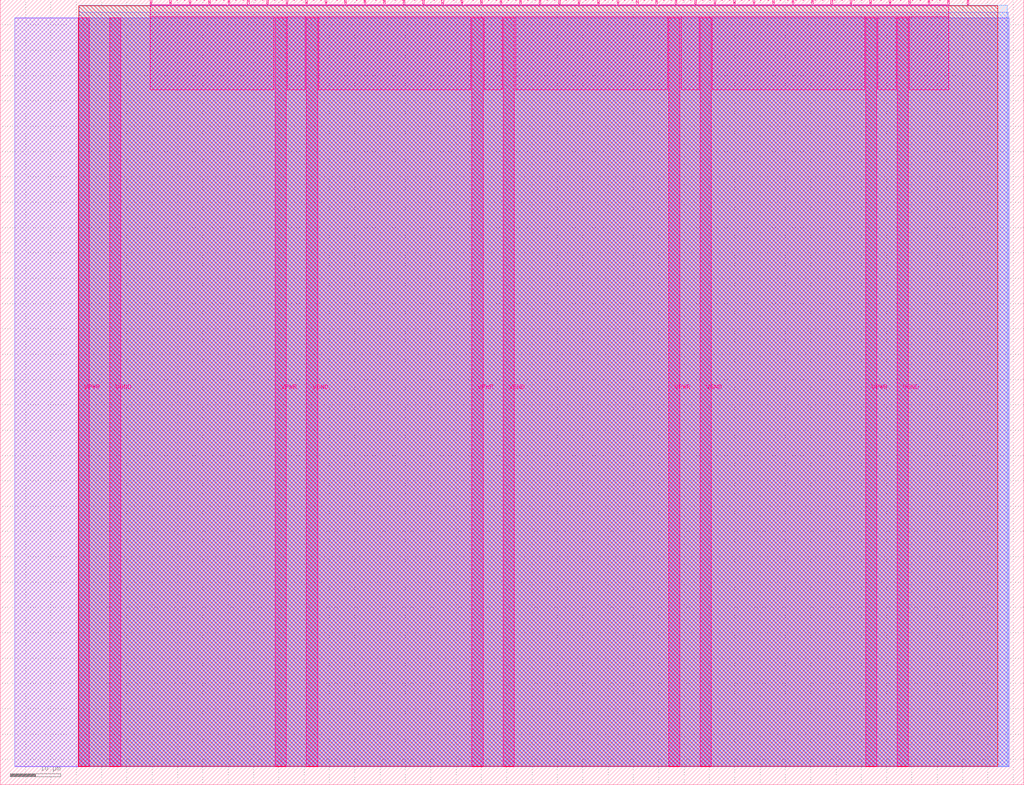
<source format=lef>
VERSION 5.7 ;
  NOWIREEXTENSIONATPIN ON ;
  DIVIDERCHAR "/" ;
  BUSBITCHARS "[]" ;
MACRO tt_um_lif_clarencechan28
  CLASS BLOCK ;
  FOREIGN tt_um_lif_clarencechan28 ;
  ORIGIN 0.000 0.000 ;
  SIZE 202.080 BY 154.980 ;
  PIN VGND
    DIRECTION INOUT ;
    USE GROUND ;
    PORT
      LAYER Metal5 ;
        RECT 21.580 3.560 23.780 151.420 ;
    END
    PORT
      LAYER Metal5 ;
        RECT 60.450 3.560 62.650 151.420 ;
    END
    PORT
      LAYER Metal5 ;
        RECT 99.320 3.560 101.520 151.420 ;
    END
    PORT
      LAYER Metal5 ;
        RECT 138.190 3.560 140.390 151.420 ;
    END
    PORT
      LAYER Metal5 ;
        RECT 177.060 3.560 179.260 151.420 ;
    END
  END VGND
  PIN VPWR
    DIRECTION INOUT ;
    USE POWER ;
    PORT
      LAYER Metal5 ;
        RECT 15.380 3.560 17.580 151.420 ;
    END
    PORT
      LAYER Metal5 ;
        RECT 54.250 3.560 56.450 151.420 ;
    END
    PORT
      LAYER Metal5 ;
        RECT 93.120 3.560 95.320 151.420 ;
    END
    PORT
      LAYER Metal5 ;
        RECT 131.990 3.560 134.190 151.420 ;
    END
    PORT
      LAYER Metal5 ;
        RECT 170.860 3.560 173.060 151.420 ;
    END
  END VPWR
  PIN clk
    DIRECTION INPUT ;
    USE SIGNAL ;
    ANTENNAGATEAREA 0.213200 ;
    PORT
      LAYER Metal5 ;
        RECT 187.050 153.980 187.350 154.980 ;
    END
  END clk
  PIN ena
    DIRECTION INPUT ;
    USE SIGNAL ;
    PORT
      LAYER Metal5 ;
        RECT 190.890 153.980 191.190 154.980 ;
    END
  END ena
  PIN rst_n
    DIRECTION INPUT ;
    USE SIGNAL ;
    ANTENNAGATEAREA 0.213200 ;
    PORT
      LAYER Metal5 ;
        RECT 183.210 153.980 183.510 154.980 ;
    END
  END rst_n
  PIN ui_in[0]
    DIRECTION INPUT ;
    USE SIGNAL ;
    ANTENNAGATEAREA 0.180700 ;
    PORT
      LAYER Metal5 ;
        RECT 179.370 153.980 179.670 154.980 ;
    END
  END ui_in[0]
  PIN ui_in[1]
    DIRECTION INPUT ;
    USE SIGNAL ;
    ANTENNAGATEAREA 0.180700 ;
    PORT
      LAYER Metal5 ;
        RECT 175.530 153.980 175.830 154.980 ;
    END
  END ui_in[1]
  PIN ui_in[2]
    DIRECTION INPUT ;
    USE SIGNAL ;
    ANTENNAGATEAREA 0.180700 ;
    PORT
      LAYER Metal5 ;
        RECT 171.690 153.980 171.990 154.980 ;
    END
  END ui_in[2]
  PIN ui_in[3]
    DIRECTION INPUT ;
    USE SIGNAL ;
    ANTENNAGATEAREA 0.180700 ;
    PORT
      LAYER Metal5 ;
        RECT 167.850 153.980 168.150 154.980 ;
    END
  END ui_in[3]
  PIN ui_in[4]
    DIRECTION INPUT ;
    USE SIGNAL ;
    ANTENNAGATEAREA 0.180700 ;
    PORT
      LAYER Metal5 ;
        RECT 164.010 153.980 164.310 154.980 ;
    END
  END ui_in[4]
  PIN ui_in[5]
    DIRECTION INPUT ;
    USE SIGNAL ;
    ANTENNAGATEAREA 0.180700 ;
    PORT
      LAYER Metal5 ;
        RECT 160.170 153.980 160.470 154.980 ;
    END
  END ui_in[5]
  PIN ui_in[6]
    DIRECTION INPUT ;
    USE SIGNAL ;
    ANTENNAGATEAREA 0.180700 ;
    PORT
      LAYER Metal5 ;
        RECT 156.330 153.980 156.630 154.980 ;
    END
  END ui_in[6]
  PIN ui_in[7]
    DIRECTION INPUT ;
    USE SIGNAL ;
    ANTENNAGATEAREA 0.180700 ;
    PORT
      LAYER Metal5 ;
        RECT 152.490 153.980 152.790 154.980 ;
    END
  END ui_in[7]
  PIN uio_in[0]
    DIRECTION INPUT ;
    USE SIGNAL ;
    ANTENNAGATEAREA 0.180700 ;
    PORT
      LAYER Metal5 ;
        RECT 148.650 153.980 148.950 154.980 ;
    END
  END uio_in[0]
  PIN uio_in[1]
    DIRECTION INPUT ;
    USE SIGNAL ;
    ANTENNAGATEAREA 0.180700 ;
    PORT
      LAYER Metal5 ;
        RECT 144.810 153.980 145.110 154.980 ;
    END
  END uio_in[1]
  PIN uio_in[2]
    DIRECTION INPUT ;
    USE SIGNAL ;
    ANTENNAGATEAREA 0.180700 ;
    PORT
      LAYER Metal5 ;
        RECT 140.970 153.980 141.270 154.980 ;
    END
  END uio_in[2]
  PIN uio_in[3]
    DIRECTION INPUT ;
    USE SIGNAL ;
    ANTENNAGATEAREA 0.180700 ;
    PORT
      LAYER Metal5 ;
        RECT 137.130 153.980 137.430 154.980 ;
    END
  END uio_in[3]
  PIN uio_in[4]
    DIRECTION INPUT ;
    USE SIGNAL ;
    ANTENNAGATEAREA 0.180700 ;
    PORT
      LAYER Metal5 ;
        RECT 133.290 153.980 133.590 154.980 ;
    END
  END uio_in[4]
  PIN uio_in[5]
    DIRECTION INPUT ;
    USE SIGNAL ;
    ANTENNAGATEAREA 0.180700 ;
    PORT
      LAYER Metal5 ;
        RECT 129.450 153.980 129.750 154.980 ;
    END
  END uio_in[5]
  PIN uio_in[6]
    DIRECTION INPUT ;
    USE SIGNAL ;
    ANTENNAGATEAREA 0.180700 ;
    PORT
      LAYER Metal5 ;
        RECT 125.610 153.980 125.910 154.980 ;
    END
  END uio_in[6]
  PIN uio_in[7]
    DIRECTION INPUT ;
    USE SIGNAL ;
    ANTENNAGATEAREA 0.180700 ;
    PORT
      LAYER Metal5 ;
        RECT 121.770 153.980 122.070 154.980 ;
    END
  END uio_in[7]
  PIN uio_oe[0]
    DIRECTION OUTPUT ;
    USE SIGNAL ;
    ANTENNADIFFAREA 0.299200 ;
    PORT
      LAYER Metal5 ;
        RECT 56.490 153.980 56.790 154.980 ;
    END
  END uio_oe[0]
  PIN uio_oe[1]
    DIRECTION OUTPUT ;
    USE SIGNAL ;
    ANTENNADIFFAREA 0.299200 ;
    PORT
      LAYER Metal5 ;
        RECT 52.650 153.980 52.950 154.980 ;
    END
  END uio_oe[1]
  PIN uio_oe[2]
    DIRECTION OUTPUT ;
    USE SIGNAL ;
    ANTENNADIFFAREA 0.299200 ;
    PORT
      LAYER Metal5 ;
        RECT 48.810 153.980 49.110 154.980 ;
    END
  END uio_oe[2]
  PIN uio_oe[3]
    DIRECTION OUTPUT ;
    USE SIGNAL ;
    ANTENNADIFFAREA 0.299200 ;
    PORT
      LAYER Metal5 ;
        RECT 44.970 153.980 45.270 154.980 ;
    END
  END uio_oe[3]
  PIN uio_oe[4]
    DIRECTION OUTPUT ;
    USE SIGNAL ;
    ANTENNADIFFAREA 0.299200 ;
    PORT
      LAYER Metal5 ;
        RECT 41.130 153.980 41.430 154.980 ;
    END
  END uio_oe[4]
  PIN uio_oe[5]
    DIRECTION OUTPUT ;
    USE SIGNAL ;
    ANTENNADIFFAREA 0.299200 ;
    PORT
      LAYER Metal5 ;
        RECT 37.290 153.980 37.590 154.980 ;
    END
  END uio_oe[5]
  PIN uio_oe[6]
    DIRECTION OUTPUT ;
    USE SIGNAL ;
    ANTENNADIFFAREA 0.299200 ;
    PORT
      LAYER Metal5 ;
        RECT 33.450 153.980 33.750 154.980 ;
    END
  END uio_oe[6]
  PIN uio_oe[7]
    DIRECTION OUTPUT ;
    USE SIGNAL ;
    ANTENNADIFFAREA 0.299200 ;
    PORT
      LAYER Metal5 ;
        RECT 29.610 153.980 29.910 154.980 ;
    END
  END uio_oe[7]
  PIN uio_out[0]
    DIRECTION OUTPUT ;
    USE SIGNAL ;
    ANTENNADIFFAREA 0.299200 ;
    PORT
      LAYER Metal5 ;
        RECT 87.210 153.980 87.510 154.980 ;
    END
  END uio_out[0]
  PIN uio_out[1]
    DIRECTION OUTPUT ;
    USE SIGNAL ;
    ANTENNADIFFAREA 0.299200 ;
    PORT
      LAYER Metal5 ;
        RECT 83.370 153.980 83.670 154.980 ;
    END
  END uio_out[1]
  PIN uio_out[2]
    DIRECTION OUTPUT ;
    USE SIGNAL ;
    ANTENNADIFFAREA 0.299200 ;
    PORT
      LAYER Metal5 ;
        RECT 79.530 153.980 79.830 154.980 ;
    END
  END uio_out[2]
  PIN uio_out[3]
    DIRECTION OUTPUT ;
    USE SIGNAL ;
    ANTENNADIFFAREA 0.299200 ;
    PORT
      LAYER Metal5 ;
        RECT 75.690 153.980 75.990 154.980 ;
    END
  END uio_out[3]
  PIN uio_out[4]
    DIRECTION OUTPUT ;
    USE SIGNAL ;
    ANTENNADIFFAREA 0.299200 ;
    PORT
      LAYER Metal5 ;
        RECT 71.850 153.980 72.150 154.980 ;
    END
  END uio_out[4]
  PIN uio_out[5]
    DIRECTION OUTPUT ;
    USE SIGNAL ;
    ANTENNADIFFAREA 0.299200 ;
    PORT
      LAYER Metal5 ;
        RECT 68.010 153.980 68.310 154.980 ;
    END
  END uio_out[5]
  PIN uio_out[6]
    DIRECTION OUTPUT ;
    USE SIGNAL ;
    ANTENNADIFFAREA 0.299200 ;
    PORT
      LAYER Metal5 ;
        RECT 64.170 153.980 64.470 154.980 ;
    END
  END uio_out[6]
  PIN uio_out[7]
    DIRECTION OUTPUT ;
    USE SIGNAL ;
    ANTENNADIFFAREA 0.299200 ;
    PORT
      LAYER Metal5 ;
        RECT 60.330 153.980 60.630 154.980 ;
    END
  END uio_out[7]
  PIN uo_out[0]
    DIRECTION OUTPUT ;
    USE SIGNAL ;
    ANTENNADIFFAREA 0.654800 ;
    PORT
      LAYER Metal5 ;
        RECT 117.930 153.980 118.230 154.980 ;
    END
  END uo_out[0]
  PIN uo_out[1]
    DIRECTION OUTPUT ;
    USE SIGNAL ;
    ANTENNADIFFAREA 0.299200 ;
    PORT
      LAYER Metal5 ;
        RECT 114.090 153.980 114.390 154.980 ;
    END
  END uo_out[1]
  PIN uo_out[2]
    DIRECTION OUTPUT ;
    USE SIGNAL ;
    ANTENNADIFFAREA 0.299200 ;
    PORT
      LAYER Metal5 ;
        RECT 110.250 153.980 110.550 154.980 ;
    END
  END uo_out[2]
  PIN uo_out[3]
    DIRECTION OUTPUT ;
    USE SIGNAL ;
    ANTENNADIFFAREA 0.299200 ;
    PORT
      LAYER Metal5 ;
        RECT 106.410 153.980 106.710 154.980 ;
    END
  END uo_out[3]
  PIN uo_out[4]
    DIRECTION OUTPUT ;
    USE SIGNAL ;
    ANTENNADIFFAREA 0.299200 ;
    PORT
      LAYER Metal5 ;
        RECT 102.570 153.980 102.870 154.980 ;
    END
  END uo_out[4]
  PIN uo_out[5]
    DIRECTION OUTPUT ;
    USE SIGNAL ;
    ANTENNADIFFAREA 0.299200 ;
    PORT
      LAYER Metal5 ;
        RECT 98.730 153.980 99.030 154.980 ;
    END
  END uo_out[5]
  PIN uo_out[6]
    DIRECTION OUTPUT ;
    USE SIGNAL ;
    ANTENNADIFFAREA 0.299200 ;
    PORT
      LAYER Metal5 ;
        RECT 94.890 153.980 95.190 154.980 ;
    END
  END uo_out[6]
  PIN uo_out[7]
    DIRECTION OUTPUT ;
    USE SIGNAL ;
    ANTENNADIFFAREA 0.299200 ;
    PORT
      LAYER Metal5 ;
        RECT 91.050 153.980 91.350 154.980 ;
    END
  END uo_out[7]
  OBS
      LAYER GatPoly ;
        RECT 2.880 3.630 199.200 151.350 ;
      LAYER Metal1 ;
        RECT 2.880 3.560 199.200 151.420 ;
      LAYER Metal2 ;
        RECT 15.515 3.680 198.995 152.560 ;
      LAYER Metal3 ;
        RECT 15.560 3.635 198.820 153.865 ;
      LAYER Metal4 ;
        RECT 15.515 3.680 196.945 153.820 ;
      LAYER Metal5 ;
        RECT 30.120 153.770 33.240 153.980 ;
        RECT 33.960 153.770 37.080 153.980 ;
        RECT 37.800 153.770 40.920 153.980 ;
        RECT 41.640 153.770 44.760 153.980 ;
        RECT 45.480 153.770 48.600 153.980 ;
        RECT 49.320 153.770 52.440 153.980 ;
        RECT 53.160 153.770 56.280 153.980 ;
        RECT 57.000 153.770 60.120 153.980 ;
        RECT 60.840 153.770 63.960 153.980 ;
        RECT 64.680 153.770 67.800 153.980 ;
        RECT 68.520 153.770 71.640 153.980 ;
        RECT 72.360 153.770 75.480 153.980 ;
        RECT 76.200 153.770 79.320 153.980 ;
        RECT 80.040 153.770 83.160 153.980 ;
        RECT 83.880 153.770 87.000 153.980 ;
        RECT 87.720 153.770 90.840 153.980 ;
        RECT 91.560 153.770 94.680 153.980 ;
        RECT 95.400 153.770 98.520 153.980 ;
        RECT 99.240 153.770 102.360 153.980 ;
        RECT 103.080 153.770 106.200 153.980 ;
        RECT 106.920 153.770 110.040 153.980 ;
        RECT 110.760 153.770 113.880 153.980 ;
        RECT 114.600 153.770 117.720 153.980 ;
        RECT 118.440 153.770 121.560 153.980 ;
        RECT 122.280 153.770 125.400 153.980 ;
        RECT 126.120 153.770 129.240 153.980 ;
        RECT 129.960 153.770 133.080 153.980 ;
        RECT 133.800 153.770 136.920 153.980 ;
        RECT 137.640 153.770 140.760 153.980 ;
        RECT 141.480 153.770 144.600 153.980 ;
        RECT 145.320 153.770 148.440 153.980 ;
        RECT 149.160 153.770 152.280 153.980 ;
        RECT 153.000 153.770 156.120 153.980 ;
        RECT 156.840 153.770 159.960 153.980 ;
        RECT 160.680 153.770 163.800 153.980 ;
        RECT 164.520 153.770 167.640 153.980 ;
        RECT 168.360 153.770 171.480 153.980 ;
        RECT 172.200 153.770 175.320 153.980 ;
        RECT 176.040 153.770 179.160 153.980 ;
        RECT 179.880 153.770 183.000 153.980 ;
        RECT 183.720 153.770 186.840 153.980 ;
        RECT 29.660 151.630 187.300 153.770 ;
        RECT 29.660 137.195 54.040 151.630 ;
        RECT 56.660 137.195 60.240 151.630 ;
        RECT 62.860 137.195 92.910 151.630 ;
        RECT 95.530 137.195 99.110 151.630 ;
        RECT 101.730 137.195 131.780 151.630 ;
        RECT 134.400 137.195 137.980 151.630 ;
        RECT 140.600 137.195 170.650 151.630 ;
        RECT 173.270 137.195 176.850 151.630 ;
        RECT 179.470 137.195 187.300 151.630 ;
  END
END tt_um_lif_clarencechan28
END LIBRARY


</source>
